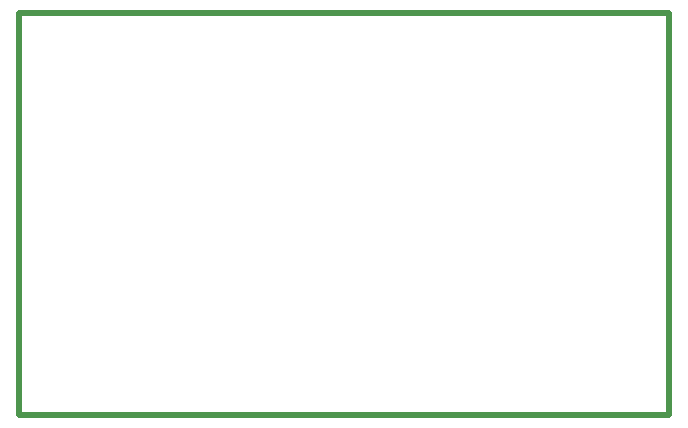
<source format=gbr>
%TF.GenerationSoftware,KiCad,Pcbnew,5.0.2-bee76a0~70~ubuntu18.04.1*%
%TF.CreationDate,2019-07-21T13:21:52-06:00*%
%TF.ProjectId,MX+ Distortion Pedal,4d582b20-4469-4737-946f-7274696f6e20,rev?*%
%TF.SameCoordinates,Original*%
%TF.FileFunction,Profile,NP*%
%FSLAX46Y46*%
G04 Gerber Fmt 4.6, Leading zero omitted, Abs format (unit mm)*
G04 Created by KiCad (PCBNEW 5.0.2-bee76a0~70~ubuntu18.04.1) date Sun 21 Jul 2019 01:21:52 PM MDT*
%MOMM*%
%LPD*%
G01*
G04 APERTURE LIST*
%ADD10C,0.500000*%
G04 APERTURE END LIST*
D10*
X40000000Y-70000000D02*
X95000000Y-70000000D01*
X95000000Y-36000000D02*
X95000000Y-70000000D01*
X40000000Y-36000000D02*
X40000000Y-70000000D01*
X40000000Y-36000000D02*
X95000000Y-36000000D01*
M02*

</source>
